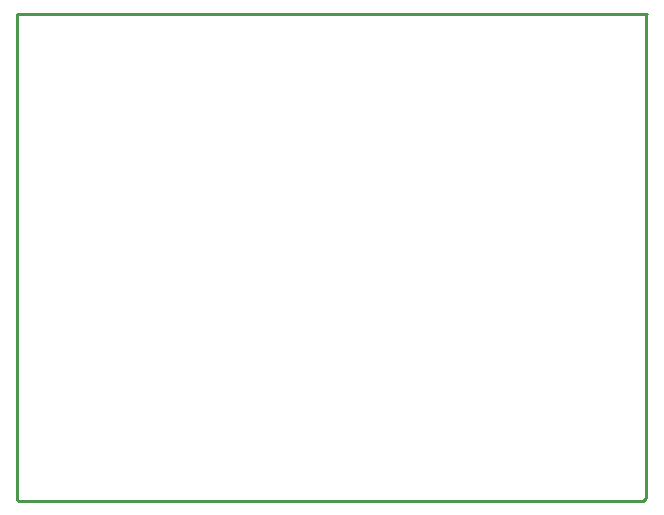
<source format=gko>
G04*
G04 #@! TF.GenerationSoftware,Altium Limited,Altium Designer,21.2.2 (38)*
G04*
G04 Layer_Color=16711935*
%FSLAX25Y25*%
%MOIN*%
G70*
G04*
G04 #@! TF.SameCoordinates,AA90253D-520A-47F5-84BE-5E9555A62480*
G04*
G04*
G04 #@! TF.FilePolarity,Positive*
G04*
G01*
G75*
%ADD13C,0.01000*%
D13*
X155500Y107500D02*
Y269500D01*
Y107500D02*
X156000Y107000D01*
X364000D01*
X365000Y108000D01*
Y269000D01*
X365500Y269500D01*
X155500D02*
X365500D01*
M02*

</source>
